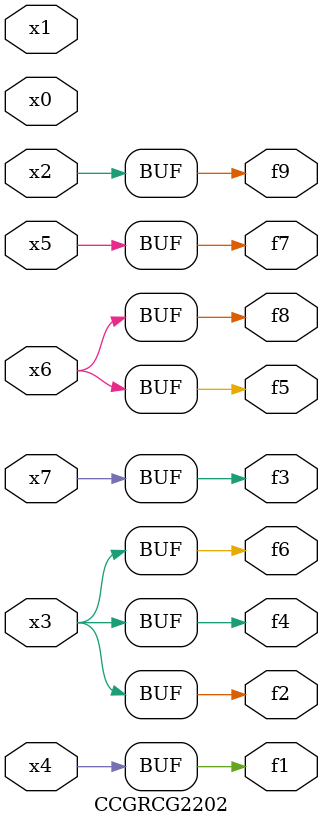
<source format=v>
module CCGRCG2202(
	input x0, x1, x2, x3, x4, x5, x6, x7,
	output f1, f2, f3, f4, f5, f6, f7, f8, f9
);
	assign f1 = x4;
	assign f2 = x3;
	assign f3 = x7;
	assign f4 = x3;
	assign f5 = x6;
	assign f6 = x3;
	assign f7 = x5;
	assign f8 = x6;
	assign f9 = x2;
endmodule

</source>
